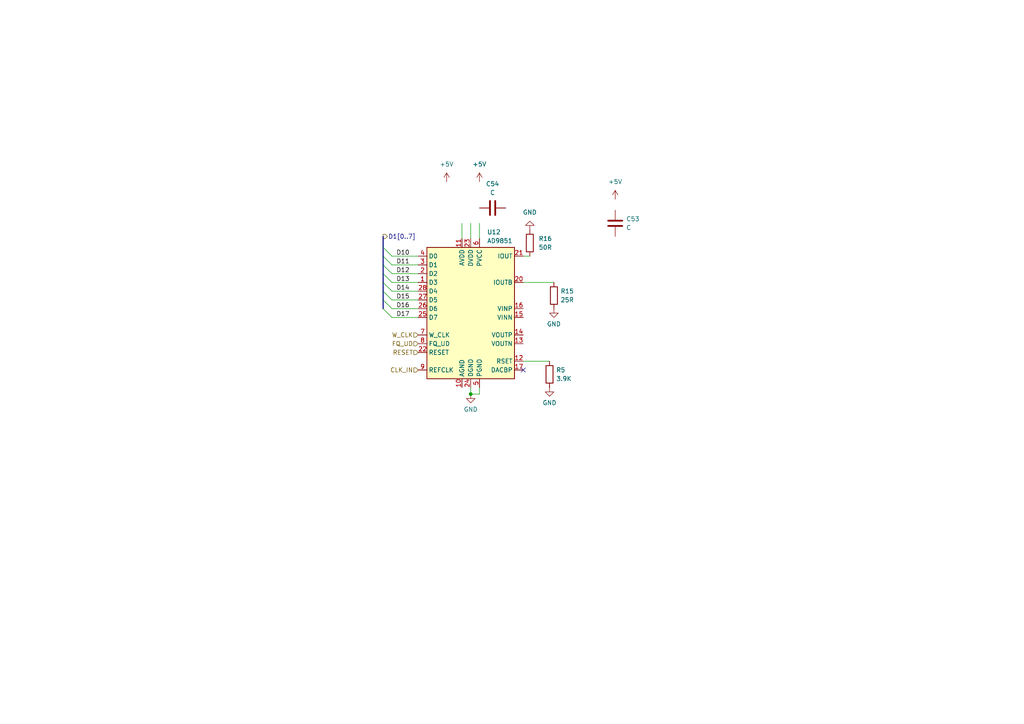
<source format=kicad_sch>
(kicad_sch (version 20230121) (generator eeschema)
  (paper "A4")
  (lib_symbols
    (symbol "Device:C" (pin_numbers hide) (pin_names (offset 0.254))
      (property "Reference" "C" (at 0.635 2.54 0))
      (property "Value" "C" (at 0.635 -2.54 0))
      (symbol "C_0_1"
        (polyline (pts (xy -2.032 -0.762) (xy 2.032 -0.762)) (stroke (width 0.508)))
        (polyline (pts (xy -2.032 0.762) (xy 2.032 0.762)) (stroke (width 0.508)))
      )
      (symbol "C_1_1"
        (pin passive line (at 0 3.81 270) (length 2.794) (name "~") (number "1"))
        (pin passive line (at 0 -3.81 90) (length 2.794) (name "~") (number "2"))
      )
    )
    (symbol "Device:R" (pin_numbers hide) (pin_names (offset 0))
      (property "Reference" "R" (at 2.032 0 90))
      (property "Value" "R" (at 0 0 90))
      (symbol "R_0_1"
        (rectangle (start -1.016 -2.54) (end 1.016 2.54) (stroke (width 0.254)))
      )
      (symbol "R_1_1"
        (pin passive line (at 0 3.81 270) (length 1.27) (name "~") (number "1"))
        (pin passive line (at 0 -3.81 90) (length 1.27) (name "~") (number "2"))
      )
    )
    (symbol "Interface:AD9851"
      (property "Reference" "U" (at -12.7 19.05 0))
      (property "Value" "AD9851" (at 12.7 19.05 0))
      (symbol "AD9851_0_1"
        (rectangle (start -12.7 17.78) (end 12.7 -20.32) (stroke (width 0.254)) (fill (type background)))
      )
      (symbol "AD9851_1_1"
        (pin input line (at -15.24 7.62 0) (length 2.54) (name "D3") (number "1"))
        (pin power_in line (at -2.54 -22.86 90) (length 2.54) (name "AGND") (number "10"))
        (pin power_in line (at -2.54 20.32 270) (length 2.54) (name "AVDD") (number "11"))
        (pin passive line (at 15.24 -15.24 180) (length 2.54) (name "RSET") (number "12"))
        (pin output line (at 15.24 -10.16 180) (length 2.54) (name "VOUTN") (number "13"))
        (pin output line (at 15.24 -7.62 180) (length 2.54) (name "VOUTP") (number "14"))
        (pin input line (at 15.24 -2.54 180) (length 2.54) (name "VINN") (number "15"))
        (pin input line (at 15.24 0 180) (length 2.54) (name "VINP") (number "16"))
        (pin passive line (at 15.24 -17.78 180) (length 2.54) (name "DACBP") (number "17"))
        (pin passive line (at -2.54 20.32 270) (length 2.54) hide (name "AVDD") (number "18"))
        (pin passive line (at -2.54 -22.86 90) (length 2.54) hide (name "AGND") (number "19"))
        (pin input line (at -15.24 10.16 0) (length 2.54) (name "D2") (number "2"))
        (pin output line (at 15.24 7.62 180) (length 2.54) (name "IOUTB") (number "20"))
        (pin output line (at 15.24 15.24 180) (length 2.54) (name "IOUT") (number "21"))
        (pin input line (at -15.24 -12.7 0) (length 2.54) (name "RESET") (number "22"))
        (pin power_in line (at 0 20.32 270) (length 2.54) (name "DVDD") (number "23"))
        (pin power_in line (at 0 -22.86 90) (length 2.54) (name "DGND") (number "24"))
        (pin input line (at -15.24 -2.54 0) (length 2.54) (name "D7") (number "25"))
        (pin input line (at -15.24 0 0) (length 2.54) (name "D6") (number "26"))
        (pin input line (at -15.24 2.54 0) (length 2.54) (name "D5") (number "27"))
        (pin input line (at -15.24 5.08 0) (length 2.54) (name "D4") (number "28"))
        (pin input line (at -15.24 12.7 0) (length 2.54) (name "D1") (number "3"))
        (pin input line (at -15.24 15.24 0) (length 2.54) (name "D0") (number "4"))
        (pin power_in line (at 2.54 -22.86 90) (length 2.54) (name "PGND") (number "5"))
        (pin power_in line (at 2.54 20.32 270) (length 2.54) (name "PVCC") (number "6"))
        (pin input line (at -15.24 -7.62 0) (length 2.54) (name "W_CLK") (number "7"))
        (pin input line (at -15.24 -10.16 0) (length 2.54) (name "FQ_UD") (number "8"))
        (pin input line (at -15.24 -17.78 0) (length 2.54) (name "REFCLK") (number "9"))
      )
    )
    (symbol "power:+5V" (power) (pin_names (offset 0))
      (property "Value" "+5V" (at 0 3.556 0))
      (symbol "+5V_0_1"
        (polyline (pts (xy -0.762 1.27) (xy 0 2.54)))
        (polyline (pts (xy 0 0) (xy 0 2.54)))
        (polyline (pts (xy 0 2.54) (xy 0.762 1.27)))
      )
      (symbol "+5V_1_1"
        (pin power_in line (at 0 0 90) (length 0) hide (name "+5V") (number "1"))
      )
    )
    (symbol "power:GND" (power) (pin_names (offset 0))
      (property "Value" "GND" (at 0 -3.81 0))
      (symbol "GND_0_1"
        (polyline (pts (xy 0 0) (xy 0 -1.27) (xy 1.27 -1.27) (xy 0 -2.54) (xy -1.27 -1.27) (xy 0 -1.27)))
      )
      (symbol "GND_1_1"
        (pin power_in line (at 0 0 270) (length 0) hide (name "GND") (number "1"))
      )
    )
  )
  (junction (at 136.525 114.3))
  (no_connect (at 151.765 107.315))
  (bus_entry (at 111.125 89.535) (size 2.54 2.54))
  (bus_entry (at 111.125 74.295) (size 2.54 2.54))
  (bus_entry (at 111.125 76.835) (size 2.54 2.54))
  (bus_entry (at 111.125 79.375) (size 2.54 2.54))
  (bus_entry (at 111.125 86.995) (size 2.54 2.54))
  (bus_entry (at 111.125 71.755) (size 2.54 2.54))
  (bus_entry (at 111.125 81.915) (size 2.54 2.54))
  (bus_entry (at 111.125 84.455) (size 2.54 2.54))
  (wire (pts (xy 113.665 79.375) (xy 121.285 79.375)))
  (bus (pts (xy 111.125 71.755) (xy 111.125 74.295)))
  (wire (pts (xy 139.065 114.3) (xy 136.525 114.3)))
  (bus (pts (xy 111.125 74.295) (xy 111.125 76.835)))
  (bus (pts (xy 111.125 79.375) (xy 111.125 81.915)))
  (wire (pts (xy 139.065 69.215) (xy 139.065 64.77)))
  (bus (pts (xy 111.125 68.58) (xy 111.125 71.755)))
  (wire (pts (xy 113.665 74.295) (xy 121.285 74.295)))
  (wire (pts (xy 151.765 104.775) (xy 159.385 104.775)))
  (wire (pts (xy 133.985 69.215) (xy 133.985 64.77)))
  (wire (pts (xy 136.525 64.77) (xy 136.525 69.215)))
  (wire (pts (xy 136.525 112.395) (xy 136.525 114.3)))
  (bus (pts (xy 111.125 86.995) (xy 111.125 89.535)))
  (wire (pts (xy 139.065 112.395) (xy 139.065 114.3)))
  (wire (pts (xy 151.765 81.915) (xy 160.655 81.915)))
  (wire (pts (xy 113.665 81.915) (xy 121.285 81.915)))
  (wire (pts (xy 113.665 76.835) (xy 121.285 76.835)))
  (bus (pts (xy 111.125 76.835) (xy 111.125 79.375)))
  (wire (pts (xy 113.665 84.455) (xy 121.285 84.455)))
  (wire (pts (xy 113.665 92.075) (xy 121.285 92.075)))
  (wire (pts (xy 151.765 74.295) (xy 153.67 74.295)))
  (wire (pts (xy 113.665 89.535) (xy 121.285 89.535)))
  (bus (pts (xy 111.125 84.455) (xy 111.125 86.995)))
  (wire (pts (xy 113.665 86.995) (xy 121.285 86.995)))
  (bus (pts (xy 111.125 81.915) (xy 111.125 84.455)))
  (label "D10" (at 114.935 74.295 0))
  (label "D15" (at 114.935 86.995 0))
  (label "D13" (at 114.935 81.915 0))
  (label "D14" (at 114.935 84.455 0))
  (label "D12" (at 114.935 79.375 0))
  (label "D16" (at 114.935 89.535 0))
  (label "D11" (at 114.935 76.835 0))
  (label "D17" (at 114.935 92.075 0))
  (hierarchical_label "RESET" (shape input) (at 121.285 102.235 180))
  (hierarchical_label "FQ_UD" (shape input) (at 121.285 99.695 180))
  (hierarchical_label "D1[0..7]" (shape output) (at 111.125 68.58 0))
  (hierarchical_label "CLK_IN" (shape input) (at 121.285 107.315 180))
  (hierarchical_label "W_CLK" (shape input) (at 121.285 97.155 180))
  (symbol (lib_id "Interface:AD9851") (at 136.525 89.535 0) (unit 1)
    (property "Reference" "U12" (at 141.2591 67.31 0) (effects (justify left)))
    (property "Value" "AD9851" (at 141.2591 69.85 0) (effects (justify left)))
    (property "Footprint" "Package_SO:SSOP-28_5.3x10.2mm_P0.65mm" (effects hide))
    (property "Datasheet" "https://www.analog.com/media/en/technical-documentation/data-sheets/AD9851.pdf" (effects hide))
  )
  (symbol (lib_id "Device:C") (at 142.875 60.325 270) (unit 1)
    (property "Reference" "C54" (at 142.875 53.34 90))
    (property "Value" "C" (at 142.875 55.88 90))
  )
  (symbol (lib_id "power:+5V") (at 139.065 52.705 0) (unit 1)
    (property "Reference" "#PWR062" (effects hide))
    (property "Value" "+5V" (at 139.065 47.625 0))
  )
  (symbol (lib_id "Device:R") (at 159.385 108.585 0) (unit 1)
    (property "Reference" "R5" (at 161.29 107.315 0) (effects (justify left)))
    (property "Value" "3.9K" (at 161.29 109.855 0) (effects (justify left)))
  )
  (symbol (lib_id "power:+5V") (at 178.435 57.785 0) (unit 1)
    (property "Reference" "#PWR061" (effects hide))
    (property "Value" "+5V" (at 178.435 52.705 0))
  )
  (symbol (lib_id "power:GND") (at 136.525 114.3 0) (unit 1)
    (property "Reference" "#PWR049" (effects hide))
    (property "Value" "GND" (at 136.525 118.745 0))
  )
  (symbol (lib_id "Device:R") (at 160.655 85.725 0) (unit 1)
    (property "Reference" "R15" (at 162.56 84.455 0) (effects (justify left)))
    (property "Value" "25R" (at 162.56 86.995 0) (effects (justify left)))
  )
  (symbol (lib_id "Device:R") (at 153.67 70.485 0) (unit 1)
    (property "Reference" "R16" (at 156.21 69.215 0) (effects (justify left)))
    (property "Value" "50R" (at 156.21 71.755 0) (effects (justify left)))
  )
  (symbol (lib_id "Device:C") (at 178.435 64.77 0) (unit 1)
    (property "Reference" "C53" (at 181.61 63.5 0) (effects (justify left)))
    (property "Value" "C" (at 181.61 66.04 0) (effects (justify left)))
  )
  (symbol (lib_id "power:GND") (at 159.385 112.395 0) (unit 1)
    (property "Reference" "#PWR060" (effects hide))
    (property "Value" "GND" (at 159.385 116.84 0))
  )
  (symbol (lib_id "power:+5V") (at 129.54 52.705 0) (unit 1)
    (property "Reference" "#PWR085" (effects hide))
    (property "Value" "+5V" (at 129.54 47.625 0))
  )
  (symbol (lib_id "power:GND") (at 160.655 89.535 0) (unit 1)
    (property "Reference" "#PWR086" (effects hide))
    (property "Value" "GND" (at 160.655 93.98 0))
  )
  (symbol (lib_id "power:GND") (at 153.67 66.675 180) (unit 1)
    (property "Reference" "#PWR087" (effects hide))
    (property "Value" "GND" (at 153.67 61.595 0))
  )
)
</source>
